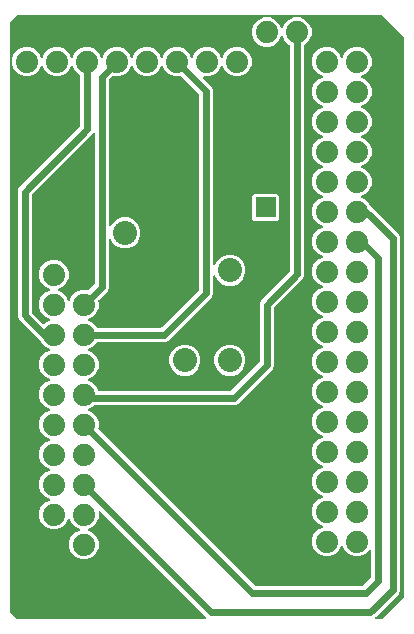
<source format=gbr>
G04 EAGLE Gerber RS-274X export*
G75*
%MOMM*%
%FSLAX34Y34*%
%LPD*%
%INBottom Copper*%
%IPPOS*%
%AMOC8*
5,1,8,0,0,1.08239X$1,22.5*%
G01*
%ADD10C,1.879600*%
%ADD11C,2.032000*%
%ADD12C,1.651000*%
%ADD13R,1.651000X1.651000*%
%ADD14C,0.609600*%
%ADD15C,0.600000*%

G36*
X176808Y10934D02*
X176808Y10934D01*
X176880Y10936D01*
X176929Y10954D01*
X176980Y10962D01*
X177043Y10996D01*
X177111Y11021D01*
X177151Y11053D01*
X177198Y11078D01*
X177247Y11130D01*
X177303Y11174D01*
X177331Y11218D01*
X177367Y11256D01*
X177397Y11321D01*
X177436Y11381D01*
X177449Y11432D01*
X177471Y11479D01*
X177478Y11550D01*
X177496Y11620D01*
X177492Y11672D01*
X177498Y11723D01*
X177482Y11794D01*
X177477Y11865D01*
X177456Y11913D01*
X177445Y11964D01*
X177409Y12025D01*
X177380Y12091D01*
X177336Y12147D01*
X177319Y12175D01*
X177301Y12190D01*
X177276Y12222D01*
X176334Y13163D01*
X176334Y13164D01*
X87406Y102092D01*
X87348Y102133D01*
X87296Y102183D01*
X87249Y102205D01*
X87207Y102235D01*
X87138Y102256D01*
X87073Y102287D01*
X87021Y102292D01*
X86971Y102308D01*
X86900Y102306D01*
X86829Y102314D01*
X86778Y102303D01*
X86726Y102301D01*
X86658Y102277D01*
X86588Y102261D01*
X86544Y102235D01*
X86495Y102217D01*
X86439Y102172D01*
X86377Y102135D01*
X86343Y102096D01*
X86303Y102063D01*
X86264Y102003D01*
X86217Y101948D01*
X86198Y101900D01*
X86170Y101856D01*
X86152Y101787D01*
X86125Y101720D01*
X86117Y101649D01*
X86109Y101618D01*
X86111Y101594D01*
X86107Y101553D01*
X86107Y96584D01*
X84212Y92009D01*
X80711Y88508D01*
X77222Y87063D01*
X77161Y87025D01*
X77096Y86996D01*
X77057Y86961D01*
X77013Y86934D01*
X76967Y86878D01*
X76915Y86830D01*
X76890Y86784D01*
X76856Y86744D01*
X76831Y86677D01*
X76796Y86614D01*
X76787Y86563D01*
X76768Y86515D01*
X76765Y86443D01*
X76752Y86372D01*
X76760Y86321D01*
X76758Y86269D01*
X76778Y86200D01*
X76788Y86129D01*
X76812Y86083D01*
X76826Y86033D01*
X76867Y85974D01*
X76900Y85910D01*
X76937Y85873D01*
X76967Y85831D01*
X77024Y85788D01*
X77075Y85738D01*
X77138Y85703D01*
X77164Y85684D01*
X77186Y85677D01*
X77222Y85657D01*
X80711Y84212D01*
X84212Y80711D01*
X86107Y76136D01*
X86107Y71184D01*
X84212Y66609D01*
X80711Y63108D01*
X76136Y61213D01*
X71184Y61213D01*
X66609Y63108D01*
X63108Y66609D01*
X61213Y71184D01*
X61213Y76136D01*
X63108Y80711D01*
X66609Y84212D01*
X70098Y85657D01*
X70159Y85695D01*
X70224Y85724D01*
X70262Y85759D01*
X70307Y85786D01*
X70353Y85842D01*
X70405Y85890D01*
X70430Y85936D01*
X70464Y85976D01*
X70489Y86043D01*
X70524Y86106D01*
X70533Y86157D01*
X70552Y86205D01*
X70555Y86277D01*
X70568Y86348D01*
X70560Y86399D01*
X70562Y86451D01*
X70542Y86520D01*
X70532Y86591D01*
X70508Y86637D01*
X70494Y86687D01*
X70453Y86746D01*
X70420Y86810D01*
X70383Y86847D01*
X70353Y86889D01*
X70296Y86932D01*
X70245Y86982D01*
X70182Y87017D01*
X70156Y87036D01*
X70134Y87043D01*
X70098Y87063D01*
X66609Y88508D01*
X63108Y92009D01*
X61663Y95498D01*
X61625Y95559D01*
X61596Y95624D01*
X61561Y95662D01*
X61534Y95707D01*
X61478Y95753D01*
X61430Y95805D01*
X61384Y95830D01*
X61344Y95864D01*
X61277Y95889D01*
X61214Y95924D01*
X61163Y95933D01*
X61115Y95952D01*
X61043Y95955D01*
X60972Y95968D01*
X60921Y95960D01*
X60869Y95962D01*
X60800Y95942D01*
X60729Y95932D01*
X60683Y95908D01*
X60633Y95894D01*
X60574Y95853D01*
X60510Y95820D01*
X60473Y95783D01*
X60431Y95753D01*
X60388Y95696D01*
X60338Y95645D01*
X60303Y95582D01*
X60284Y95556D01*
X60277Y95534D01*
X60257Y95498D01*
X58812Y92009D01*
X55311Y88508D01*
X50736Y86613D01*
X45784Y86613D01*
X41209Y88508D01*
X37708Y92009D01*
X35813Y96584D01*
X35813Y101536D01*
X37708Y106111D01*
X41209Y109612D01*
X44698Y111057D01*
X44759Y111095D01*
X44824Y111124D01*
X44862Y111159D01*
X44907Y111186D01*
X44953Y111242D01*
X45005Y111290D01*
X45030Y111336D01*
X45064Y111376D01*
X45089Y111443D01*
X45124Y111506D01*
X45133Y111557D01*
X45152Y111605D01*
X45155Y111677D01*
X45168Y111748D01*
X45160Y111799D01*
X45162Y111851D01*
X45142Y111920D01*
X45132Y111991D01*
X45108Y112037D01*
X45094Y112087D01*
X45053Y112146D01*
X45020Y112210D01*
X44983Y112247D01*
X44953Y112289D01*
X44896Y112332D01*
X44845Y112382D01*
X44782Y112417D01*
X44756Y112436D01*
X44734Y112443D01*
X44698Y112463D01*
X41209Y113908D01*
X37708Y117409D01*
X35813Y121984D01*
X35813Y126936D01*
X37708Y131511D01*
X41209Y135012D01*
X44698Y136457D01*
X44759Y136495D01*
X44824Y136524D01*
X44862Y136559D01*
X44907Y136586D01*
X44953Y136642D01*
X45005Y136690D01*
X45030Y136736D01*
X45064Y136776D01*
X45089Y136843D01*
X45124Y136906D01*
X45133Y136957D01*
X45152Y137005D01*
X45155Y137077D01*
X45168Y137148D01*
X45160Y137199D01*
X45162Y137251D01*
X45142Y137320D01*
X45132Y137391D01*
X45108Y137437D01*
X45094Y137487D01*
X45053Y137546D01*
X45020Y137610D01*
X44983Y137647D01*
X44953Y137689D01*
X44896Y137732D01*
X44845Y137782D01*
X44782Y137817D01*
X44756Y137836D01*
X44734Y137843D01*
X44698Y137863D01*
X41209Y139308D01*
X37708Y142809D01*
X35813Y147384D01*
X35813Y152336D01*
X37708Y156911D01*
X41209Y160412D01*
X44698Y161857D01*
X44759Y161895D01*
X44824Y161924D01*
X44862Y161959D01*
X44907Y161986D01*
X44953Y162042D01*
X45005Y162090D01*
X45030Y162136D01*
X45064Y162176D01*
X45089Y162243D01*
X45124Y162306D01*
X45133Y162357D01*
X45152Y162405D01*
X45155Y162477D01*
X45168Y162548D01*
X45160Y162599D01*
X45162Y162651D01*
X45142Y162720D01*
X45132Y162791D01*
X45108Y162837D01*
X45094Y162887D01*
X45053Y162946D01*
X45020Y163010D01*
X44983Y163047D01*
X44953Y163089D01*
X44896Y163132D01*
X44845Y163182D01*
X44782Y163217D01*
X44756Y163236D01*
X44734Y163243D01*
X44698Y163263D01*
X41209Y164708D01*
X37708Y168209D01*
X35813Y172784D01*
X35813Y177736D01*
X37708Y182311D01*
X41209Y185812D01*
X44698Y187257D01*
X44759Y187295D01*
X44824Y187324D01*
X44862Y187359D01*
X44907Y187386D01*
X44953Y187442D01*
X45005Y187490D01*
X45030Y187536D01*
X45064Y187576D01*
X45089Y187643D01*
X45124Y187706D01*
X45133Y187757D01*
X45152Y187805D01*
X45155Y187877D01*
X45168Y187948D01*
X45160Y187999D01*
X45162Y188051D01*
X45142Y188120D01*
X45132Y188191D01*
X45108Y188237D01*
X45094Y188287D01*
X45053Y188346D01*
X45020Y188410D01*
X44983Y188447D01*
X44953Y188489D01*
X44896Y188532D01*
X44845Y188582D01*
X44782Y188617D01*
X44756Y188636D01*
X44734Y188643D01*
X44698Y188663D01*
X41209Y190108D01*
X37708Y193609D01*
X35813Y198184D01*
X35813Y203136D01*
X37708Y207711D01*
X41209Y211212D01*
X44698Y212657D01*
X44759Y212695D01*
X44824Y212724D01*
X44862Y212759D01*
X44907Y212786D01*
X44953Y212842D01*
X45005Y212890D01*
X45030Y212936D01*
X45064Y212976D01*
X45089Y213043D01*
X45124Y213106D01*
X45133Y213157D01*
X45152Y213205D01*
X45155Y213277D01*
X45168Y213348D01*
X45160Y213399D01*
X45162Y213451D01*
X45142Y213520D01*
X45132Y213591D01*
X45108Y213637D01*
X45094Y213687D01*
X45053Y213746D01*
X45020Y213810D01*
X44983Y213847D01*
X44953Y213889D01*
X44896Y213932D01*
X44845Y213982D01*
X44782Y214017D01*
X44756Y214036D01*
X44734Y214043D01*
X44698Y214063D01*
X41209Y215508D01*
X37708Y219009D01*
X35813Y223584D01*
X35813Y228536D01*
X37708Y233111D01*
X41209Y236612D01*
X44698Y238057D01*
X44759Y238095D01*
X44824Y238124D01*
X44862Y238159D01*
X44907Y238186D01*
X44953Y238242D01*
X45005Y238290D01*
X45030Y238336D01*
X45064Y238376D01*
X45089Y238443D01*
X45124Y238506D01*
X45133Y238557D01*
X45152Y238605D01*
X45155Y238677D01*
X45168Y238748D01*
X45160Y238799D01*
X45162Y238851D01*
X45142Y238920D01*
X45132Y238991D01*
X45108Y239037D01*
X45094Y239087D01*
X45053Y239146D01*
X45020Y239210D01*
X44983Y239247D01*
X44953Y239289D01*
X44896Y239332D01*
X44845Y239382D01*
X44782Y239417D01*
X44756Y239436D01*
X44734Y239443D01*
X44698Y239463D01*
X41209Y240908D01*
X37708Y244409D01*
X37101Y245874D01*
X37053Y245952D01*
X37012Y246033D01*
X36989Y246056D01*
X36972Y246083D01*
X36901Y246142D01*
X36836Y246205D01*
X36800Y246225D01*
X36782Y246240D01*
X36752Y246252D01*
X36689Y246286D01*
X36579Y246332D01*
X18367Y264544D01*
X17446Y266767D01*
X17446Y373948D01*
X18367Y376171D01*
X69928Y427733D01*
X69981Y427806D01*
X70041Y427876D01*
X70053Y427906D01*
X70072Y427932D01*
X70099Y428019D01*
X70133Y428104D01*
X70137Y428145D01*
X70144Y428167D01*
X70143Y428200D01*
X70151Y428271D01*
X70151Y471125D01*
X70133Y471239D01*
X70115Y471356D01*
X70113Y471361D01*
X70112Y471367D01*
X70057Y471470D01*
X70004Y471575D01*
X69999Y471579D01*
X69996Y471585D01*
X69912Y471665D01*
X69828Y471747D01*
X69822Y471751D01*
X69818Y471754D01*
X69801Y471762D01*
X69681Y471828D01*
X69149Y472048D01*
X65648Y475549D01*
X64203Y479038D01*
X64165Y479099D01*
X64136Y479164D01*
X64101Y479202D01*
X64074Y479247D01*
X64018Y479293D01*
X63970Y479345D01*
X63924Y479370D01*
X63884Y479404D01*
X63817Y479429D01*
X63754Y479464D01*
X63703Y479473D01*
X63655Y479492D01*
X63583Y479495D01*
X63512Y479508D01*
X63461Y479500D01*
X63409Y479502D01*
X63340Y479482D01*
X63269Y479472D01*
X63223Y479448D01*
X63173Y479434D01*
X63114Y479393D01*
X63050Y479360D01*
X63013Y479323D01*
X62971Y479293D01*
X62928Y479236D01*
X62878Y479185D01*
X62843Y479122D01*
X62824Y479096D01*
X62817Y479074D01*
X62797Y479038D01*
X61352Y475549D01*
X57851Y472048D01*
X53276Y470153D01*
X48324Y470153D01*
X43749Y472048D01*
X40248Y475549D01*
X38803Y479038D01*
X38765Y479099D01*
X38736Y479164D01*
X38701Y479202D01*
X38674Y479247D01*
X38618Y479293D01*
X38570Y479345D01*
X38524Y479370D01*
X38484Y479404D01*
X38417Y479429D01*
X38354Y479464D01*
X38303Y479473D01*
X38255Y479492D01*
X38183Y479495D01*
X38112Y479508D01*
X38061Y479500D01*
X38009Y479502D01*
X37940Y479482D01*
X37869Y479472D01*
X37823Y479448D01*
X37773Y479434D01*
X37714Y479393D01*
X37650Y479360D01*
X37613Y479323D01*
X37571Y479293D01*
X37528Y479236D01*
X37478Y479185D01*
X37443Y479122D01*
X37424Y479096D01*
X37417Y479074D01*
X37397Y479038D01*
X35952Y475549D01*
X32451Y472048D01*
X27876Y470153D01*
X22924Y470153D01*
X18349Y472048D01*
X14848Y475549D01*
X12953Y480124D01*
X12953Y485076D01*
X14848Y489651D01*
X18349Y493152D01*
X22924Y495047D01*
X27876Y495047D01*
X32451Y493152D01*
X35952Y489651D01*
X37397Y486162D01*
X37435Y486101D01*
X37464Y486036D01*
X37499Y485997D01*
X37526Y485953D01*
X37582Y485907D01*
X37630Y485855D01*
X37676Y485830D01*
X37716Y485796D01*
X37783Y485771D01*
X37846Y485736D01*
X37897Y485727D01*
X37945Y485708D01*
X38017Y485705D01*
X38088Y485692D01*
X38139Y485700D01*
X38191Y485698D01*
X38260Y485718D01*
X38331Y485728D01*
X38377Y485752D01*
X38427Y485766D01*
X38486Y485807D01*
X38550Y485840D01*
X38587Y485877D01*
X38629Y485907D01*
X38672Y485964D01*
X38722Y486015D01*
X38757Y486078D01*
X38776Y486104D01*
X38783Y486126D01*
X38803Y486162D01*
X40248Y489651D01*
X43749Y493152D01*
X48324Y495047D01*
X53276Y495047D01*
X57851Y493152D01*
X61352Y489651D01*
X62797Y486162D01*
X62835Y486101D01*
X62864Y486036D01*
X62899Y485997D01*
X62926Y485953D01*
X62982Y485907D01*
X63030Y485855D01*
X63076Y485830D01*
X63116Y485796D01*
X63183Y485771D01*
X63246Y485736D01*
X63297Y485727D01*
X63345Y485708D01*
X63417Y485705D01*
X63488Y485692D01*
X63539Y485700D01*
X63591Y485698D01*
X63660Y485718D01*
X63731Y485728D01*
X63777Y485752D01*
X63827Y485766D01*
X63886Y485807D01*
X63950Y485840D01*
X63987Y485877D01*
X64029Y485907D01*
X64072Y485964D01*
X64122Y486015D01*
X64157Y486078D01*
X64176Y486104D01*
X64183Y486126D01*
X64203Y486162D01*
X65648Y489651D01*
X69149Y493152D01*
X73724Y495047D01*
X78676Y495047D01*
X83251Y493152D01*
X86752Y489651D01*
X88197Y486162D01*
X88235Y486101D01*
X88264Y486036D01*
X88299Y485997D01*
X88326Y485953D01*
X88382Y485907D01*
X88430Y485855D01*
X88476Y485830D01*
X88516Y485796D01*
X88583Y485771D01*
X88646Y485736D01*
X88697Y485727D01*
X88745Y485708D01*
X88817Y485705D01*
X88888Y485692D01*
X88939Y485700D01*
X88991Y485698D01*
X89060Y485718D01*
X89131Y485728D01*
X89177Y485752D01*
X89227Y485766D01*
X89286Y485807D01*
X89350Y485840D01*
X89387Y485877D01*
X89429Y485907D01*
X89472Y485964D01*
X89522Y486015D01*
X89557Y486078D01*
X89576Y486104D01*
X89583Y486126D01*
X89603Y486162D01*
X91048Y489651D01*
X94549Y493152D01*
X99124Y495047D01*
X104076Y495047D01*
X108651Y493152D01*
X112152Y489651D01*
X113597Y486162D01*
X113635Y486101D01*
X113664Y486036D01*
X113699Y485997D01*
X113726Y485953D01*
X113782Y485907D01*
X113830Y485855D01*
X113876Y485830D01*
X113916Y485796D01*
X113983Y485771D01*
X114046Y485736D01*
X114097Y485727D01*
X114145Y485708D01*
X114217Y485705D01*
X114288Y485692D01*
X114339Y485700D01*
X114391Y485698D01*
X114460Y485718D01*
X114531Y485728D01*
X114577Y485752D01*
X114627Y485766D01*
X114686Y485807D01*
X114750Y485840D01*
X114787Y485877D01*
X114829Y485907D01*
X114872Y485964D01*
X114922Y486015D01*
X114957Y486078D01*
X114976Y486104D01*
X114983Y486126D01*
X115003Y486162D01*
X116448Y489651D01*
X119949Y493152D01*
X124524Y495047D01*
X129476Y495047D01*
X134051Y493152D01*
X137552Y489651D01*
X138997Y486162D01*
X139035Y486101D01*
X139064Y486036D01*
X139099Y485997D01*
X139126Y485953D01*
X139182Y485907D01*
X139230Y485855D01*
X139276Y485830D01*
X139316Y485796D01*
X139383Y485771D01*
X139446Y485736D01*
X139497Y485727D01*
X139545Y485708D01*
X139617Y485705D01*
X139688Y485692D01*
X139739Y485700D01*
X139791Y485698D01*
X139860Y485718D01*
X139931Y485728D01*
X139977Y485752D01*
X140027Y485766D01*
X140086Y485807D01*
X140150Y485840D01*
X140187Y485877D01*
X140229Y485907D01*
X140272Y485964D01*
X140322Y486015D01*
X140357Y486078D01*
X140376Y486104D01*
X140383Y486126D01*
X140403Y486162D01*
X141848Y489651D01*
X145349Y493152D01*
X149924Y495047D01*
X154876Y495047D01*
X159451Y493152D01*
X162952Y489651D01*
X164397Y486162D01*
X164435Y486101D01*
X164464Y486036D01*
X164499Y485997D01*
X164526Y485953D01*
X164582Y485907D01*
X164630Y485855D01*
X164676Y485830D01*
X164716Y485796D01*
X164783Y485771D01*
X164846Y485736D01*
X164897Y485727D01*
X164945Y485708D01*
X165017Y485705D01*
X165088Y485692D01*
X165139Y485700D01*
X165191Y485698D01*
X165260Y485718D01*
X165331Y485728D01*
X165377Y485752D01*
X165427Y485766D01*
X165486Y485807D01*
X165550Y485840D01*
X165587Y485877D01*
X165629Y485907D01*
X165672Y485964D01*
X165722Y486015D01*
X165757Y486078D01*
X165776Y486104D01*
X165783Y486126D01*
X165803Y486162D01*
X167248Y489651D01*
X170749Y493152D01*
X175324Y495047D01*
X180276Y495047D01*
X184851Y493152D01*
X188352Y489651D01*
X189797Y486162D01*
X189835Y486101D01*
X189864Y486036D01*
X189899Y485997D01*
X189926Y485953D01*
X189982Y485907D01*
X190030Y485855D01*
X190076Y485830D01*
X190116Y485796D01*
X190183Y485771D01*
X190246Y485736D01*
X190297Y485727D01*
X190345Y485708D01*
X190417Y485705D01*
X190488Y485692D01*
X190539Y485700D01*
X190591Y485698D01*
X190660Y485718D01*
X190731Y485728D01*
X190777Y485752D01*
X190827Y485766D01*
X190886Y485807D01*
X190950Y485840D01*
X190987Y485877D01*
X191029Y485907D01*
X191072Y485964D01*
X191122Y486015D01*
X191157Y486078D01*
X191176Y486104D01*
X191183Y486126D01*
X191203Y486162D01*
X192648Y489651D01*
X196149Y493152D01*
X200724Y495047D01*
X205676Y495047D01*
X210251Y493152D01*
X213752Y489651D01*
X215647Y485076D01*
X215647Y480124D01*
X213752Y475549D01*
X210251Y472048D01*
X205676Y470153D01*
X200724Y470153D01*
X196149Y472048D01*
X192648Y475549D01*
X191203Y479038D01*
X191165Y479099D01*
X191136Y479164D01*
X191101Y479202D01*
X191074Y479247D01*
X191018Y479293D01*
X190970Y479345D01*
X190924Y479370D01*
X190884Y479404D01*
X190817Y479429D01*
X190754Y479464D01*
X190703Y479473D01*
X190655Y479492D01*
X190583Y479495D01*
X190512Y479508D01*
X190461Y479500D01*
X190409Y479502D01*
X190340Y479482D01*
X190269Y479472D01*
X190223Y479448D01*
X190173Y479434D01*
X190114Y479393D01*
X190050Y479360D01*
X190013Y479323D01*
X189971Y479293D01*
X189928Y479236D01*
X189878Y479185D01*
X189843Y479122D01*
X189824Y479096D01*
X189817Y479074D01*
X189797Y479038D01*
X188352Y475549D01*
X184851Y472048D01*
X180276Y470153D01*
X175239Y470153D01*
X175168Y470142D01*
X175096Y470140D01*
X175047Y470122D01*
X174996Y470114D01*
X174933Y470080D01*
X174865Y470055D01*
X174825Y470023D01*
X174779Y469998D01*
X174729Y469946D01*
X174673Y469902D01*
X174645Y469858D01*
X174609Y469820D01*
X174579Y469755D01*
X174540Y469695D01*
X174528Y469644D01*
X174506Y469597D01*
X174498Y469526D01*
X174480Y469456D01*
X174484Y469404D01*
X174479Y469353D01*
X174494Y469282D01*
X174499Y469211D01*
X174520Y469163D01*
X174531Y469112D01*
X174568Y469051D01*
X174596Y468985D01*
X174640Y468929D01*
X174657Y468901D01*
X174675Y468886D01*
X174700Y468854D01*
X180484Y463070D01*
X182293Y461261D01*
X183214Y459038D01*
X183214Y421860D01*
X183224Y421795D01*
X183225Y421730D01*
X183248Y421650D01*
X183253Y421617D01*
X183262Y421602D01*
X183262Y310870D01*
X183277Y310774D01*
X183287Y310677D01*
X183297Y310653D01*
X183301Y310627D01*
X183347Y310541D01*
X183387Y310452D01*
X183404Y310433D01*
X183417Y310410D01*
X183487Y310343D01*
X183553Y310271D01*
X183576Y310258D01*
X183595Y310240D01*
X183683Y310199D01*
X183769Y310152D01*
X183794Y310148D01*
X183818Y310137D01*
X183915Y310126D01*
X184011Y310109D01*
X184037Y310112D01*
X184062Y310110D01*
X184158Y310130D01*
X184254Y310144D01*
X184277Y310156D01*
X184303Y310162D01*
X184386Y310212D01*
X184473Y310256D01*
X184492Y310275D01*
X184514Y310288D01*
X184577Y310362D01*
X184645Y310431D01*
X184661Y310460D01*
X184674Y310475D01*
X184686Y310506D01*
X184726Y310578D01*
X185962Y313562D01*
X189678Y317278D01*
X194533Y319289D01*
X199787Y319289D01*
X204642Y317278D01*
X208358Y313562D01*
X210369Y308707D01*
X210369Y303453D01*
X208358Y298598D01*
X204642Y294882D01*
X199787Y292871D01*
X194533Y292871D01*
X189678Y294882D01*
X185962Y298598D01*
X184726Y301582D01*
X184675Y301664D01*
X184629Y301750D01*
X184610Y301768D01*
X184597Y301791D01*
X184522Y301853D01*
X184451Y301920D01*
X184427Y301931D01*
X184407Y301947D01*
X184316Y301982D01*
X184228Y302023D01*
X184202Y302026D01*
X184178Y302036D01*
X184080Y302040D01*
X183984Y302050D01*
X183958Y302045D01*
X183932Y302046D01*
X183838Y302019D01*
X183743Y301998D01*
X183721Y301985D01*
X183696Y301978D01*
X183616Y301922D01*
X183532Y301872D01*
X183515Y301852D01*
X183494Y301837D01*
X183435Y301759D01*
X183372Y301685D01*
X183362Y301661D01*
X183347Y301640D01*
X183317Y301547D01*
X183280Y301457D01*
X183277Y301425D01*
X183271Y301406D01*
X183271Y301373D01*
X183262Y301290D01*
X183262Y285792D01*
X182334Y283551D01*
X180606Y281823D01*
X180587Y281812D01*
X180527Y281786D01*
X180462Y281734D01*
X180433Y281717D01*
X180421Y281702D01*
X180396Y281681D01*
X145046Y246332D01*
X142823Y245411D01*
X85135Y245411D01*
X85021Y245392D01*
X84905Y245375D01*
X84899Y245373D01*
X84893Y245372D01*
X84790Y245317D01*
X84685Y245264D01*
X84681Y245259D01*
X84675Y245256D01*
X84595Y245172D01*
X84513Y245088D01*
X84509Y245082D01*
X84506Y245078D01*
X84498Y245061D01*
X84432Y244941D01*
X84212Y244409D01*
X80711Y240908D01*
X77222Y239463D01*
X77161Y239425D01*
X77096Y239396D01*
X77058Y239361D01*
X77013Y239334D01*
X76968Y239278D01*
X76915Y239230D01*
X76890Y239184D01*
X76856Y239144D01*
X76831Y239077D01*
X76796Y239014D01*
X76787Y238963D01*
X76768Y238915D01*
X76765Y238843D01*
X76752Y238772D01*
X76760Y238721D01*
X76758Y238669D01*
X76778Y238600D01*
X76788Y238529D01*
X76812Y238483D01*
X76826Y238433D01*
X76867Y238374D01*
X76900Y238310D01*
X76937Y238273D01*
X76967Y238231D01*
X77024Y238188D01*
X77075Y238138D01*
X77138Y238103D01*
X77164Y238084D01*
X77186Y238077D01*
X77222Y238057D01*
X80711Y236612D01*
X84212Y233111D01*
X86107Y228536D01*
X86107Y223584D01*
X84212Y219009D01*
X80711Y215508D01*
X77222Y214063D01*
X77161Y214025D01*
X77096Y213996D01*
X77058Y213961D01*
X77013Y213934D01*
X76968Y213878D01*
X76915Y213830D01*
X76890Y213784D01*
X76856Y213744D01*
X76831Y213677D01*
X76796Y213614D01*
X76787Y213563D01*
X76768Y213515D01*
X76765Y213443D01*
X76752Y213372D01*
X76760Y213321D01*
X76758Y213269D01*
X76778Y213200D01*
X76788Y213129D01*
X76812Y213083D01*
X76826Y213033D01*
X76867Y212974D01*
X76900Y212910D01*
X76937Y212873D01*
X76967Y212831D01*
X77024Y212788D01*
X77075Y212738D01*
X77138Y212703D01*
X77164Y212684D01*
X77186Y212677D01*
X77222Y212657D01*
X80711Y211212D01*
X84212Y207711D01*
X85484Y204639D01*
X85546Y204539D01*
X85606Y204439D01*
X85611Y204435D01*
X85614Y204430D01*
X85703Y204355D01*
X85793Y204279D01*
X85799Y204277D01*
X85803Y204273D01*
X85911Y204231D01*
X86021Y204187D01*
X86028Y204186D01*
X86033Y204185D01*
X86051Y204184D01*
X86188Y204169D01*
X197519Y204169D01*
X197609Y204183D01*
X197700Y204191D01*
X197730Y204203D01*
X197762Y204208D01*
X197843Y204251D01*
X197927Y204287D01*
X197959Y204313D01*
X197979Y204324D01*
X198002Y204347D01*
X198057Y204392D01*
X222168Y228503D01*
X222221Y228576D01*
X222281Y228646D01*
X222293Y228676D01*
X222312Y228702D01*
X222339Y228789D01*
X222373Y228874D01*
X222377Y228915D01*
X222384Y228937D01*
X222383Y228970D01*
X222391Y229041D01*
X222391Y275540D01*
X222381Y275605D01*
X222380Y275670D01*
X222357Y275750D01*
X222352Y275783D01*
X222343Y275798D01*
X222343Y278233D01*
X223271Y280474D01*
X247680Y304882D01*
X247733Y304956D01*
X247793Y305026D01*
X247805Y305056D01*
X247824Y305082D01*
X247851Y305169D01*
X247885Y305254D01*
X247889Y305295D01*
X247896Y305317D01*
X247895Y305349D01*
X247903Y305421D01*
X247903Y496244D01*
X247885Y496359D01*
X247867Y496475D01*
X247865Y496481D01*
X247864Y496487D01*
X247809Y496590D01*
X247756Y496695D01*
X247751Y496699D01*
X247748Y496705D01*
X247663Y496785D01*
X247580Y496867D01*
X247574Y496870D01*
X247570Y496874D01*
X247553Y496882D01*
X247433Y496948D01*
X246949Y497148D01*
X243448Y500649D01*
X242003Y504138D01*
X241965Y504199D01*
X241936Y504264D01*
X241901Y504302D01*
X241874Y504347D01*
X241818Y504393D01*
X241770Y504445D01*
X241724Y504470D01*
X241684Y504504D01*
X241617Y504529D01*
X241554Y504564D01*
X241503Y504573D01*
X241455Y504592D01*
X241383Y504595D01*
X241312Y504608D01*
X241261Y504600D01*
X241209Y504602D01*
X241140Y504582D01*
X241069Y504572D01*
X241023Y504548D01*
X240973Y504534D01*
X240914Y504493D01*
X240850Y504460D01*
X240813Y504423D01*
X240771Y504393D01*
X240728Y504336D01*
X240678Y504285D01*
X240643Y504222D01*
X240624Y504196D01*
X240617Y504174D01*
X240597Y504138D01*
X239152Y500649D01*
X235651Y497148D01*
X231076Y495253D01*
X226124Y495253D01*
X221549Y497148D01*
X218048Y500649D01*
X216153Y505224D01*
X216153Y510176D01*
X218048Y514751D01*
X221549Y518252D01*
X226124Y520147D01*
X231076Y520147D01*
X235651Y518252D01*
X239152Y514751D01*
X240597Y511262D01*
X240635Y511201D01*
X240664Y511136D01*
X240699Y511098D01*
X240726Y511053D01*
X240782Y511008D01*
X240830Y510955D01*
X240876Y510930D01*
X240916Y510896D01*
X240983Y510871D01*
X241046Y510836D01*
X241097Y510827D01*
X241145Y510808D01*
X241217Y510805D01*
X241288Y510792D01*
X241339Y510800D01*
X241391Y510798D01*
X241460Y510818D01*
X241531Y510828D01*
X241577Y510852D01*
X241627Y510866D01*
X241686Y510907D01*
X241750Y510940D01*
X241787Y510977D01*
X241829Y511007D01*
X241872Y511064D01*
X241922Y511115D01*
X241957Y511178D01*
X241976Y511204D01*
X241983Y511226D01*
X242003Y511262D01*
X243448Y514751D01*
X246949Y518252D01*
X251524Y520147D01*
X256476Y520147D01*
X261051Y518252D01*
X264552Y514751D01*
X266447Y510176D01*
X266447Y505224D01*
X264552Y500649D01*
X261051Y497148D01*
X260567Y496948D01*
X260468Y496886D01*
X260367Y496826D01*
X260363Y496821D01*
X260358Y496818D01*
X260283Y496728D01*
X260207Y496639D01*
X260205Y496633D01*
X260201Y496629D01*
X260159Y496520D01*
X260115Y496411D01*
X260114Y496404D01*
X260113Y496399D01*
X260112Y496381D01*
X260097Y496244D01*
X260097Y301367D01*
X259169Y299126D01*
X234712Y274670D01*
X234659Y274596D01*
X234599Y274526D01*
X234587Y274496D01*
X234568Y274470D01*
X234541Y274383D01*
X234507Y274298D01*
X234503Y274257D01*
X234496Y274235D01*
X234497Y274203D01*
X234489Y274131D01*
X234489Y225017D01*
X233568Y222794D01*
X203766Y192992D01*
X201543Y192071D01*
X82989Y192071D01*
X82899Y192057D01*
X82808Y192049D01*
X82778Y192037D01*
X82746Y192032D01*
X82666Y191989D01*
X82582Y191953D01*
X82550Y191927D01*
X82529Y191916D01*
X82507Y191893D01*
X82451Y191848D01*
X80711Y190108D01*
X77222Y188663D01*
X77161Y188625D01*
X77096Y188596D01*
X77058Y188561D01*
X77013Y188534D01*
X76968Y188478D01*
X76915Y188430D01*
X76890Y188384D01*
X76856Y188344D01*
X76831Y188277D01*
X76796Y188214D01*
X76787Y188163D01*
X76768Y188115D01*
X76765Y188043D01*
X76752Y187972D01*
X76760Y187921D01*
X76758Y187869D01*
X76778Y187800D01*
X76788Y187729D01*
X76812Y187683D01*
X76826Y187633D01*
X76867Y187574D01*
X76900Y187510D01*
X76937Y187473D01*
X76967Y187431D01*
X77024Y187388D01*
X77075Y187338D01*
X77138Y187303D01*
X77164Y187284D01*
X77186Y187277D01*
X77222Y187257D01*
X80711Y185812D01*
X84212Y182311D01*
X86107Y177736D01*
X86107Y172784D01*
X85906Y172300D01*
X85880Y172187D01*
X85851Y172073D01*
X85852Y172067D01*
X85850Y172061D01*
X85861Y171944D01*
X85870Y171828D01*
X85873Y171822D01*
X85873Y171816D01*
X85921Y171708D01*
X85967Y171602D01*
X85971Y171596D01*
X85973Y171591D01*
X85986Y171577D01*
X86071Y171471D01*
X218202Y39340D01*
X218276Y39287D01*
X218346Y39227D01*
X218376Y39215D01*
X218402Y39196D01*
X218489Y39169D01*
X218574Y39135D01*
X218615Y39131D01*
X218637Y39124D01*
X218669Y39125D01*
X218741Y39117D01*
X309579Y39117D01*
X309669Y39131D01*
X309760Y39139D01*
X309790Y39151D01*
X309822Y39156D01*
X309903Y39199D01*
X309987Y39235D01*
X310019Y39261D01*
X310039Y39272D01*
X310062Y39295D01*
X310118Y39340D01*
X316260Y45482D01*
X316313Y45556D01*
X316373Y45626D01*
X316385Y45656D01*
X316404Y45682D01*
X316431Y45769D01*
X316465Y45854D01*
X316469Y45895D01*
X316476Y45917D01*
X316475Y45949D01*
X316483Y46021D01*
X316483Y68443D01*
X316472Y68514D01*
X316470Y68586D01*
X316452Y68635D01*
X316444Y68686D01*
X316410Y68749D01*
X316385Y68817D01*
X316353Y68857D01*
X316328Y68903D01*
X316276Y68953D01*
X316232Y69009D01*
X316188Y69037D01*
X316150Y69073D01*
X316085Y69103D01*
X316025Y69142D01*
X315974Y69154D01*
X315927Y69176D01*
X315856Y69184D01*
X315786Y69202D01*
X315734Y69198D01*
X315683Y69203D01*
X315612Y69188D01*
X315541Y69183D01*
X315493Y69162D01*
X315442Y69151D01*
X315381Y69114D01*
X315315Y69086D01*
X315259Y69041D01*
X315231Y69025D01*
X315216Y69007D01*
X315184Y68981D01*
X311851Y65648D01*
X307276Y63753D01*
X302324Y63753D01*
X297749Y65648D01*
X294248Y69149D01*
X292803Y72638D01*
X292765Y72699D01*
X292736Y72764D01*
X292701Y72802D01*
X292674Y72847D01*
X292618Y72893D01*
X292570Y72945D01*
X292524Y72970D01*
X292484Y73004D01*
X292417Y73029D01*
X292354Y73064D01*
X292303Y73073D01*
X292255Y73092D01*
X292183Y73095D01*
X292112Y73108D01*
X292061Y73100D01*
X292009Y73102D01*
X291940Y73082D01*
X291869Y73072D01*
X291823Y73048D01*
X291773Y73034D01*
X291714Y72993D01*
X291650Y72960D01*
X291613Y72923D01*
X291571Y72893D01*
X291528Y72836D01*
X291478Y72785D01*
X291443Y72722D01*
X291424Y72696D01*
X291417Y72674D01*
X291397Y72638D01*
X289952Y69149D01*
X286451Y65648D01*
X281876Y63753D01*
X276924Y63753D01*
X272349Y65648D01*
X268848Y69149D01*
X266953Y73724D01*
X266953Y78676D01*
X268848Y83251D01*
X272349Y86752D01*
X275838Y88197D01*
X275899Y88235D01*
X275964Y88264D01*
X276002Y88299D01*
X276047Y88326D01*
X276093Y88382D01*
X276145Y88430D01*
X276170Y88476D01*
X276204Y88516D01*
X276229Y88583D01*
X276264Y88646D01*
X276273Y88697D01*
X276292Y88745D01*
X276295Y88817D01*
X276308Y88888D01*
X276300Y88939D01*
X276302Y88991D01*
X276282Y89060D01*
X276272Y89131D01*
X276248Y89177D01*
X276234Y89227D01*
X276193Y89286D01*
X276160Y89350D01*
X276123Y89387D01*
X276093Y89429D01*
X276036Y89472D01*
X275985Y89522D01*
X275922Y89557D01*
X275896Y89576D01*
X275874Y89583D01*
X275838Y89603D01*
X272349Y91048D01*
X268848Y94549D01*
X266953Y99124D01*
X266953Y104076D01*
X268848Y108651D01*
X272349Y112152D01*
X275838Y113597D01*
X275899Y113635D01*
X275964Y113664D01*
X276002Y113699D01*
X276047Y113726D01*
X276093Y113782D01*
X276145Y113830D01*
X276170Y113876D01*
X276204Y113916D01*
X276229Y113983D01*
X276264Y114046D01*
X276273Y114097D01*
X276292Y114145D01*
X276295Y114217D01*
X276308Y114288D01*
X276300Y114339D01*
X276302Y114391D01*
X276282Y114460D01*
X276272Y114531D01*
X276248Y114577D01*
X276234Y114627D01*
X276193Y114686D01*
X276160Y114750D01*
X276123Y114787D01*
X276093Y114829D01*
X276036Y114872D01*
X275985Y114922D01*
X275922Y114957D01*
X275896Y114976D01*
X275874Y114983D01*
X275838Y115003D01*
X272349Y116448D01*
X268848Y119949D01*
X266953Y124524D01*
X266953Y129476D01*
X268848Y134051D01*
X272349Y137552D01*
X275838Y138997D01*
X275899Y139035D01*
X275964Y139064D01*
X276002Y139099D01*
X276047Y139126D01*
X276093Y139182D01*
X276145Y139230D01*
X276170Y139276D01*
X276204Y139316D01*
X276229Y139383D01*
X276264Y139446D01*
X276273Y139497D01*
X276292Y139545D01*
X276295Y139617D01*
X276308Y139688D01*
X276300Y139739D01*
X276302Y139791D01*
X276282Y139860D01*
X276272Y139931D01*
X276248Y139977D01*
X276234Y140027D01*
X276193Y140086D01*
X276160Y140150D01*
X276123Y140187D01*
X276093Y140229D01*
X276036Y140272D01*
X275985Y140322D01*
X275922Y140357D01*
X275896Y140376D01*
X275874Y140383D01*
X275838Y140403D01*
X272349Y141848D01*
X268848Y145349D01*
X266953Y149924D01*
X266953Y154876D01*
X268848Y159451D01*
X272349Y162952D01*
X275838Y164397D01*
X275899Y164435D01*
X275964Y164464D01*
X276002Y164499D01*
X276047Y164526D01*
X276093Y164582D01*
X276145Y164630D01*
X276170Y164676D01*
X276204Y164716D01*
X276229Y164783D01*
X276264Y164846D01*
X276273Y164897D01*
X276292Y164945D01*
X276295Y165017D01*
X276308Y165088D01*
X276300Y165139D01*
X276302Y165191D01*
X276282Y165260D01*
X276272Y165331D01*
X276248Y165377D01*
X276234Y165427D01*
X276193Y165486D01*
X276160Y165550D01*
X276123Y165587D01*
X276093Y165629D01*
X276036Y165672D01*
X275985Y165722D01*
X275922Y165757D01*
X275896Y165776D01*
X275874Y165783D01*
X275838Y165803D01*
X272349Y167248D01*
X268848Y170749D01*
X266953Y175324D01*
X266953Y180276D01*
X268848Y184851D01*
X272349Y188352D01*
X275838Y189797D01*
X275899Y189835D01*
X275964Y189864D01*
X276002Y189899D01*
X276047Y189926D01*
X276093Y189982D01*
X276145Y190030D01*
X276170Y190076D01*
X276204Y190116D01*
X276229Y190183D01*
X276264Y190246D01*
X276273Y190297D01*
X276292Y190345D01*
X276295Y190417D01*
X276308Y190488D01*
X276300Y190539D01*
X276302Y190591D01*
X276282Y190660D01*
X276272Y190731D01*
X276248Y190777D01*
X276234Y190827D01*
X276193Y190886D01*
X276160Y190950D01*
X276123Y190987D01*
X276093Y191029D01*
X276036Y191072D01*
X275985Y191122D01*
X275922Y191157D01*
X275896Y191176D01*
X275874Y191183D01*
X275838Y191203D01*
X272349Y192648D01*
X268848Y196149D01*
X266953Y200724D01*
X266953Y205676D01*
X268848Y210251D01*
X272349Y213752D01*
X275838Y215197D01*
X275899Y215235D01*
X275964Y215264D01*
X276002Y215299D01*
X276047Y215326D01*
X276093Y215382D01*
X276145Y215430D01*
X276170Y215476D01*
X276204Y215516D01*
X276229Y215583D01*
X276264Y215646D01*
X276273Y215697D01*
X276292Y215745D01*
X276295Y215817D01*
X276308Y215888D01*
X276300Y215939D01*
X276302Y215991D01*
X276282Y216060D01*
X276272Y216131D01*
X276248Y216177D01*
X276234Y216227D01*
X276193Y216286D01*
X276160Y216350D01*
X276123Y216387D01*
X276093Y216429D01*
X276036Y216472D01*
X275985Y216522D01*
X275922Y216557D01*
X275896Y216576D01*
X275874Y216583D01*
X275838Y216603D01*
X272349Y218048D01*
X268848Y221549D01*
X266953Y226124D01*
X266953Y231076D01*
X268848Y235651D01*
X272349Y239152D01*
X275838Y240597D01*
X275899Y240635D01*
X275964Y240664D01*
X276002Y240699D01*
X276047Y240726D01*
X276093Y240782D01*
X276145Y240830D01*
X276170Y240876D01*
X276204Y240916D01*
X276229Y240983D01*
X276264Y241046D01*
X276273Y241097D01*
X276292Y241145D01*
X276295Y241217D01*
X276308Y241288D01*
X276300Y241339D01*
X276302Y241391D01*
X276282Y241460D01*
X276272Y241531D01*
X276248Y241577D01*
X276234Y241627D01*
X276193Y241686D01*
X276160Y241750D01*
X276123Y241787D01*
X276093Y241829D01*
X276036Y241872D01*
X275985Y241922D01*
X275922Y241957D01*
X275896Y241976D01*
X275874Y241983D01*
X275838Y242003D01*
X272349Y243448D01*
X268848Y246949D01*
X266953Y251524D01*
X266953Y256476D01*
X268848Y261051D01*
X272349Y264552D01*
X275838Y265997D01*
X275899Y266035D01*
X275964Y266064D01*
X276000Y266096D01*
X276001Y266097D01*
X276002Y266099D01*
X276047Y266126D01*
X276093Y266182D01*
X276145Y266230D01*
X276170Y266276D01*
X276204Y266316D01*
X276229Y266383D01*
X276264Y266446D01*
X276273Y266497D01*
X276292Y266545D01*
X276295Y266617D01*
X276308Y266688D01*
X276300Y266739D01*
X276302Y266791D01*
X276282Y266860D01*
X276272Y266931D01*
X276249Y266975D01*
X276248Y266983D01*
X276246Y266986D01*
X276234Y267027D01*
X276193Y267086D01*
X276160Y267150D01*
X276129Y267180D01*
X276122Y267194D01*
X276113Y267201D01*
X276093Y267229D01*
X276036Y267272D01*
X275985Y267322D01*
X275946Y267343D01*
X275935Y267354D01*
X275917Y267361D01*
X275896Y267376D01*
X275874Y267383D01*
X275838Y267403D01*
X272349Y268848D01*
X268848Y272349D01*
X266953Y276924D01*
X266953Y281876D01*
X268848Y286451D01*
X272349Y289952D01*
X275838Y291397D01*
X275899Y291435D01*
X275964Y291464D01*
X276002Y291499D01*
X276047Y291526D01*
X276093Y291582D01*
X276145Y291630D01*
X276170Y291676D01*
X276204Y291716D01*
X276229Y291783D01*
X276264Y291846D01*
X276273Y291897D01*
X276292Y291945D01*
X276295Y292017D01*
X276308Y292088D01*
X276300Y292139D01*
X276302Y292191D01*
X276282Y292260D01*
X276272Y292331D01*
X276248Y292377D01*
X276234Y292427D01*
X276193Y292486D01*
X276160Y292550D01*
X276123Y292587D01*
X276093Y292629D01*
X276036Y292672D01*
X275985Y292722D01*
X275922Y292757D01*
X275896Y292776D01*
X275874Y292783D01*
X275838Y292803D01*
X272349Y294248D01*
X268848Y297749D01*
X266953Y302324D01*
X266953Y307276D01*
X268848Y311851D01*
X272349Y315352D01*
X275838Y316797D01*
X275899Y316835D01*
X275964Y316864D01*
X276002Y316899D01*
X276047Y316926D01*
X276093Y316982D01*
X276145Y317030D01*
X276170Y317076D01*
X276204Y317116D01*
X276229Y317183D01*
X276264Y317246D01*
X276273Y317297D01*
X276292Y317345D01*
X276295Y317417D01*
X276308Y317488D01*
X276300Y317539D01*
X276302Y317591D01*
X276282Y317660D01*
X276272Y317731D01*
X276248Y317777D01*
X276234Y317827D01*
X276193Y317886D01*
X276160Y317950D01*
X276123Y317987D01*
X276093Y318029D01*
X276036Y318072D01*
X275985Y318122D01*
X275922Y318157D01*
X275896Y318176D01*
X275874Y318183D01*
X275838Y318203D01*
X272349Y319648D01*
X268848Y323149D01*
X266953Y327724D01*
X266953Y332676D01*
X268848Y337251D01*
X272349Y340752D01*
X275838Y342197D01*
X275899Y342235D01*
X275964Y342264D01*
X276002Y342299D01*
X276047Y342326D01*
X276093Y342382D01*
X276145Y342430D01*
X276170Y342476D01*
X276204Y342516D01*
X276229Y342583D01*
X276264Y342646D01*
X276273Y342697D01*
X276292Y342745D01*
X276295Y342817D01*
X276308Y342888D01*
X276300Y342939D01*
X276302Y342991D01*
X276282Y343060D01*
X276272Y343131D01*
X276248Y343177D01*
X276234Y343227D01*
X276193Y343286D01*
X276160Y343350D01*
X276123Y343387D01*
X276093Y343429D01*
X276036Y343472D01*
X275985Y343522D01*
X275922Y343557D01*
X275896Y343576D01*
X275874Y343583D01*
X275838Y343603D01*
X272349Y345048D01*
X268848Y348549D01*
X266953Y353124D01*
X266953Y358076D01*
X268848Y362651D01*
X272349Y366152D01*
X275838Y367597D01*
X275899Y367635D01*
X275964Y367664D01*
X276003Y367699D01*
X276047Y367726D01*
X276093Y367782D01*
X276145Y367830D01*
X276170Y367876D01*
X276204Y367916D01*
X276229Y367983D01*
X276264Y368046D01*
X276273Y368097D01*
X276292Y368145D01*
X276295Y368217D01*
X276308Y368288D01*
X276300Y368339D01*
X276302Y368391D01*
X276282Y368460D01*
X276272Y368531D01*
X276248Y368577D01*
X276234Y368627D01*
X276193Y368686D01*
X276160Y368750D01*
X276123Y368787D01*
X276093Y368829D01*
X276036Y368872D01*
X275985Y368922D01*
X275922Y368957D01*
X275896Y368976D01*
X275874Y368983D01*
X275838Y369003D01*
X272349Y370448D01*
X268848Y373949D01*
X266953Y378524D01*
X266953Y383476D01*
X268848Y388051D01*
X272349Y391552D01*
X275838Y392997D01*
X275899Y393035D01*
X275964Y393064D01*
X276002Y393099D01*
X276047Y393126D01*
X276093Y393182D01*
X276145Y393230D01*
X276170Y393276D01*
X276204Y393316D01*
X276229Y393383D01*
X276264Y393446D01*
X276273Y393497D01*
X276292Y393545D01*
X276295Y393617D01*
X276308Y393688D01*
X276300Y393739D01*
X276302Y393791D01*
X276282Y393860D01*
X276272Y393931D01*
X276248Y393977D01*
X276234Y394027D01*
X276193Y394086D01*
X276160Y394150D01*
X276123Y394187D01*
X276093Y394229D01*
X276036Y394272D01*
X275985Y394322D01*
X275922Y394357D01*
X275896Y394376D01*
X275874Y394383D01*
X275838Y394403D01*
X272349Y395848D01*
X268848Y399349D01*
X266953Y403924D01*
X266953Y408876D01*
X268848Y413451D01*
X272349Y416952D01*
X275838Y418397D01*
X275899Y418435D01*
X275964Y418464D01*
X276002Y418499D01*
X276047Y418526D01*
X276093Y418582D01*
X276145Y418630D01*
X276170Y418676D01*
X276204Y418716D01*
X276229Y418783D01*
X276264Y418846D01*
X276273Y418897D01*
X276292Y418945D01*
X276295Y419017D01*
X276308Y419088D01*
X276300Y419139D01*
X276302Y419191D01*
X276282Y419260D01*
X276272Y419331D01*
X276248Y419377D01*
X276234Y419427D01*
X276193Y419486D01*
X276160Y419550D01*
X276123Y419587D01*
X276093Y419629D01*
X276036Y419672D01*
X275985Y419722D01*
X275922Y419757D01*
X275896Y419776D01*
X275874Y419783D01*
X275838Y419803D01*
X272349Y421248D01*
X268848Y424749D01*
X266953Y429324D01*
X266953Y434276D01*
X268848Y438851D01*
X272349Y442352D01*
X275838Y443797D01*
X275899Y443835D01*
X275964Y443864D01*
X276002Y443899D01*
X276047Y443926D01*
X276093Y443982D01*
X276145Y444030D01*
X276170Y444076D01*
X276204Y444116D01*
X276229Y444183D01*
X276264Y444246D01*
X276273Y444297D01*
X276292Y444345D01*
X276295Y444417D01*
X276308Y444488D01*
X276300Y444539D01*
X276302Y444591D01*
X276282Y444660D01*
X276272Y444731D01*
X276248Y444777D01*
X276234Y444827D01*
X276193Y444886D01*
X276160Y444950D01*
X276123Y444987D01*
X276093Y445029D01*
X276036Y445072D01*
X275985Y445122D01*
X275922Y445157D01*
X275896Y445176D01*
X275874Y445183D01*
X275838Y445203D01*
X272349Y446648D01*
X268848Y450149D01*
X266953Y454724D01*
X266953Y459676D01*
X268848Y464251D01*
X272349Y467752D01*
X275838Y469197D01*
X275899Y469235D01*
X275964Y469264D01*
X276002Y469299D01*
X276047Y469326D01*
X276093Y469382D01*
X276145Y469430D01*
X276170Y469476D01*
X276204Y469516D01*
X276229Y469583D01*
X276264Y469646D01*
X276273Y469697D01*
X276292Y469745D01*
X276295Y469817D01*
X276308Y469888D01*
X276300Y469939D01*
X276302Y469991D01*
X276282Y470060D01*
X276272Y470131D01*
X276248Y470177D01*
X276234Y470227D01*
X276193Y470286D01*
X276160Y470350D01*
X276123Y470387D01*
X276093Y470429D01*
X276036Y470472D01*
X275985Y470522D01*
X275922Y470557D01*
X275896Y470576D01*
X275874Y470583D01*
X275838Y470603D01*
X272349Y472048D01*
X268848Y475549D01*
X266953Y480124D01*
X266953Y485076D01*
X268848Y489651D01*
X272349Y493152D01*
X276924Y495047D01*
X281876Y495047D01*
X286451Y493152D01*
X289952Y489651D01*
X291397Y486162D01*
X291435Y486101D01*
X291464Y486036D01*
X291499Y485998D01*
X291526Y485953D01*
X291582Y485907D01*
X291630Y485855D01*
X291676Y485830D01*
X291716Y485796D01*
X291783Y485771D01*
X291846Y485736D01*
X291897Y485727D01*
X291945Y485708D01*
X292017Y485705D01*
X292088Y485692D01*
X292139Y485700D01*
X292191Y485698D01*
X292260Y485718D01*
X292331Y485728D01*
X292377Y485752D01*
X292427Y485766D01*
X292486Y485807D01*
X292550Y485840D01*
X292587Y485877D01*
X292629Y485907D01*
X292672Y485964D01*
X292722Y486015D01*
X292757Y486078D01*
X292776Y486104D01*
X292783Y486126D01*
X292803Y486162D01*
X294248Y489651D01*
X297749Y493152D01*
X302324Y495047D01*
X307276Y495047D01*
X311851Y493152D01*
X315352Y489651D01*
X317247Y485076D01*
X317247Y480124D01*
X315352Y475549D01*
X311851Y472048D01*
X308362Y470603D01*
X308301Y470565D01*
X308236Y470536D01*
X308198Y470501D01*
X308153Y470474D01*
X308108Y470418D01*
X308055Y470370D01*
X308030Y470324D01*
X307996Y470284D01*
X307971Y470217D01*
X307936Y470154D01*
X307927Y470103D01*
X307908Y470055D01*
X307905Y469983D01*
X307892Y469912D01*
X307900Y469861D01*
X307898Y469809D01*
X307918Y469740D01*
X307928Y469669D01*
X307952Y469623D01*
X307966Y469573D01*
X308007Y469514D01*
X308040Y469450D01*
X308077Y469413D01*
X308107Y469371D01*
X308164Y469328D01*
X308215Y469278D01*
X308278Y469243D01*
X308304Y469224D01*
X308326Y469217D01*
X308362Y469197D01*
X311851Y467752D01*
X315352Y464251D01*
X317247Y459676D01*
X317247Y454724D01*
X315352Y450149D01*
X311851Y446648D01*
X308362Y445203D01*
X308301Y445165D01*
X308236Y445136D01*
X308198Y445101D01*
X308153Y445074D01*
X308108Y445018D01*
X308055Y444970D01*
X308030Y444924D01*
X307996Y444884D01*
X307971Y444817D01*
X307936Y444754D01*
X307927Y444703D01*
X307908Y444655D01*
X307905Y444583D01*
X307892Y444512D01*
X307900Y444461D01*
X307898Y444409D01*
X307918Y444340D01*
X307928Y444269D01*
X307952Y444223D01*
X307966Y444173D01*
X308007Y444114D01*
X308040Y444050D01*
X308077Y444013D01*
X308107Y443971D01*
X308164Y443928D01*
X308215Y443878D01*
X308278Y443843D01*
X308304Y443824D01*
X308326Y443817D01*
X308362Y443797D01*
X311851Y442352D01*
X315352Y438851D01*
X317247Y434276D01*
X317247Y429324D01*
X315352Y424749D01*
X311851Y421248D01*
X308362Y419803D01*
X308301Y419765D01*
X308236Y419736D01*
X308198Y419701D01*
X308153Y419674D01*
X308108Y419618D01*
X308055Y419570D01*
X308030Y419524D01*
X307996Y419484D01*
X307971Y419417D01*
X307936Y419354D01*
X307927Y419303D01*
X307908Y419255D01*
X307905Y419183D01*
X307892Y419112D01*
X307900Y419061D01*
X307898Y419009D01*
X307918Y418940D01*
X307928Y418869D01*
X307952Y418823D01*
X307966Y418773D01*
X308007Y418714D01*
X308040Y418650D01*
X308077Y418613D01*
X308107Y418571D01*
X308164Y418528D01*
X308215Y418478D01*
X308278Y418443D01*
X308304Y418424D01*
X308326Y418417D01*
X308362Y418397D01*
X311851Y416952D01*
X315352Y413451D01*
X317247Y408876D01*
X317247Y403924D01*
X315352Y399349D01*
X311851Y395848D01*
X308362Y394403D01*
X308301Y394365D01*
X308236Y394336D01*
X308197Y394301D01*
X308153Y394274D01*
X308107Y394218D01*
X308055Y394170D01*
X308030Y394124D01*
X307996Y394084D01*
X307971Y394017D01*
X307936Y393954D01*
X307927Y393903D01*
X307908Y393855D01*
X307905Y393783D01*
X307892Y393712D01*
X307900Y393661D01*
X307898Y393609D01*
X307918Y393540D01*
X307928Y393469D01*
X307952Y393423D01*
X307966Y393373D01*
X308007Y393314D01*
X308040Y393250D01*
X308077Y393213D01*
X308107Y393171D01*
X308164Y393128D01*
X308215Y393078D01*
X308278Y393043D01*
X308304Y393024D01*
X308326Y393017D01*
X308362Y392997D01*
X311851Y391552D01*
X315352Y388051D01*
X317247Y383476D01*
X317247Y378524D01*
X315352Y373949D01*
X311851Y370448D01*
X308362Y369003D01*
X308301Y368965D01*
X308236Y368936D01*
X308197Y368901D01*
X308153Y368874D01*
X308107Y368818D01*
X308055Y368770D01*
X308030Y368724D01*
X307996Y368684D01*
X307971Y368617D01*
X307936Y368554D01*
X307927Y368503D01*
X307908Y368455D01*
X307905Y368383D01*
X307892Y368312D01*
X307900Y368261D01*
X307898Y368209D01*
X307918Y368140D01*
X307928Y368069D01*
X307952Y368023D01*
X307966Y367973D01*
X308007Y367914D01*
X308040Y367850D01*
X308077Y367813D01*
X308107Y367771D01*
X308164Y367728D01*
X308215Y367678D01*
X308278Y367643D01*
X308304Y367624D01*
X308326Y367617D01*
X308362Y367597D01*
X311851Y366152D01*
X315352Y362651D01*
X316072Y360912D01*
X316107Y360856D01*
X316132Y360796D01*
X316184Y360731D01*
X316201Y360703D01*
X316217Y360691D01*
X316237Y360665D01*
X340449Y336454D01*
X341377Y334213D01*
X341377Y34347D01*
X340449Y32106D01*
X338626Y30284D01*
X321506Y13164D01*
X321506Y13163D01*
X320564Y12222D01*
X320522Y12164D01*
X320473Y12112D01*
X320451Y12065D01*
X320421Y12023D01*
X320400Y11954D01*
X320369Y11889D01*
X320364Y11837D01*
X320348Y11787D01*
X320350Y11716D01*
X320342Y11645D01*
X320353Y11594D01*
X320355Y11542D01*
X320379Y11474D01*
X320395Y11404D01*
X320421Y11359D01*
X320439Y11311D01*
X320484Y11255D01*
X320521Y11193D01*
X320560Y11159D01*
X320593Y11119D01*
X320653Y11080D01*
X320708Y11033D01*
X320756Y11014D01*
X320800Y10986D01*
X320869Y10968D01*
X320936Y10941D01*
X321007Y10933D01*
X321038Y10925D01*
X321062Y10927D01*
X321103Y10923D01*
X325360Y10923D01*
X325450Y10937D01*
X325541Y10945D01*
X325571Y10957D01*
X325603Y10962D01*
X325684Y11005D01*
X325768Y11041D01*
X325800Y11067D01*
X325820Y11078D01*
X325843Y11101D01*
X325899Y11146D01*
X344454Y29701D01*
X344507Y29775D01*
X344567Y29845D01*
X344579Y29875D01*
X344598Y29901D01*
X344625Y29988D01*
X344659Y30073D01*
X344663Y30114D01*
X344670Y30136D01*
X344669Y30168D01*
X344677Y30240D01*
X344677Y503160D01*
X344663Y503250D01*
X344655Y503341D01*
X344643Y503371D01*
X344638Y503403D01*
X344595Y503484D01*
X344559Y503568D01*
X344533Y503600D01*
X344522Y503620D01*
X344499Y503643D01*
X344454Y503699D01*
X325899Y522254D01*
X325825Y522307D01*
X325755Y522367D01*
X325725Y522379D01*
X325699Y522398D01*
X325612Y522425D01*
X325527Y522459D01*
X325486Y522463D01*
X325464Y522470D01*
X325432Y522469D01*
X325360Y522477D01*
X17540Y522477D01*
X17450Y522463D01*
X17359Y522455D01*
X17329Y522443D01*
X17297Y522438D01*
X17216Y522395D01*
X17132Y522359D01*
X17100Y522333D01*
X17080Y522322D01*
X17057Y522299D01*
X17001Y522254D01*
X11146Y516399D01*
X11093Y516325D01*
X11033Y516255D01*
X11021Y516225D01*
X11002Y516199D01*
X10975Y516112D01*
X10941Y516027D01*
X10937Y515986D01*
X10930Y515964D01*
X10931Y515932D01*
X10923Y515860D01*
X10923Y17540D01*
X10937Y17450D01*
X10945Y17359D01*
X10957Y17329D01*
X10962Y17297D01*
X11005Y17216D01*
X11041Y17132D01*
X11067Y17100D01*
X11078Y17080D01*
X11101Y17057D01*
X11146Y17001D01*
X17001Y11146D01*
X17075Y11093D01*
X17145Y11033D01*
X17175Y11021D01*
X17201Y11002D01*
X17288Y10975D01*
X17373Y10941D01*
X17414Y10937D01*
X17436Y10930D01*
X17468Y10931D01*
X17540Y10923D01*
X176737Y10923D01*
X176808Y10934D01*
G37*
G36*
X138889Y257523D02*
X138889Y257523D01*
X138980Y257531D01*
X139010Y257543D01*
X139042Y257548D01*
X139123Y257591D01*
X139207Y257627D01*
X139239Y257653D01*
X139259Y257664D01*
X139282Y257687D01*
X139337Y257732D01*
X170845Y289240D01*
X170898Y289313D01*
X170958Y289383D01*
X170970Y289413D01*
X170989Y289439D01*
X171016Y289526D01*
X171050Y289611D01*
X171054Y289652D01*
X171061Y289674D01*
X171060Y289707D01*
X171068Y289778D01*
X171068Y421611D01*
X171073Y421632D01*
X171098Y421693D01*
X171107Y421776D01*
X171114Y421808D01*
X171113Y421827D01*
X171116Y421860D01*
X171116Y455014D01*
X171102Y455104D01*
X171094Y455195D01*
X171082Y455225D01*
X171077Y455257D01*
X171034Y455338D01*
X170998Y455422D01*
X170972Y455454D01*
X170961Y455474D01*
X170938Y455497D01*
X170893Y455552D01*
X156237Y470209D01*
X156142Y470277D01*
X156049Y470346D01*
X156043Y470348D01*
X156037Y470352D01*
X155926Y470386D01*
X155815Y470423D01*
X155808Y470423D01*
X155802Y470424D01*
X155686Y470421D01*
X155569Y470420D01*
X155562Y470418D01*
X155557Y470418D01*
X155539Y470412D01*
X155408Y470374D01*
X154876Y470153D01*
X149924Y470153D01*
X145349Y472048D01*
X141848Y475549D01*
X140403Y479038D01*
X140365Y479099D01*
X140336Y479164D01*
X140301Y479202D01*
X140274Y479247D01*
X140218Y479293D01*
X140170Y479345D01*
X140124Y479370D01*
X140084Y479404D01*
X140017Y479429D01*
X139954Y479464D01*
X139903Y479473D01*
X139855Y479492D01*
X139783Y479495D01*
X139712Y479508D01*
X139661Y479500D01*
X139609Y479502D01*
X139540Y479482D01*
X139469Y479472D01*
X139423Y479448D01*
X139373Y479434D01*
X139314Y479393D01*
X139250Y479360D01*
X139213Y479323D01*
X139171Y479293D01*
X139128Y479236D01*
X139078Y479185D01*
X139043Y479122D01*
X139024Y479096D01*
X139017Y479074D01*
X138997Y479038D01*
X137552Y475549D01*
X134051Y472048D01*
X129476Y470153D01*
X124524Y470153D01*
X119949Y472048D01*
X116448Y475549D01*
X115003Y479038D01*
X114965Y479099D01*
X114936Y479164D01*
X114901Y479202D01*
X114874Y479247D01*
X114818Y479293D01*
X114770Y479345D01*
X114724Y479370D01*
X114684Y479404D01*
X114617Y479429D01*
X114554Y479464D01*
X114503Y479473D01*
X114455Y479492D01*
X114383Y479495D01*
X114312Y479508D01*
X114261Y479500D01*
X114209Y479502D01*
X114140Y479482D01*
X114069Y479472D01*
X114023Y479448D01*
X113973Y479434D01*
X113914Y479393D01*
X113850Y479360D01*
X113813Y479323D01*
X113771Y479293D01*
X113728Y479236D01*
X113678Y479185D01*
X113643Y479122D01*
X113624Y479096D01*
X113617Y479074D01*
X113597Y479038D01*
X112152Y475549D01*
X108651Y472048D01*
X104076Y470153D01*
X99124Y470153D01*
X98592Y470374D01*
X98478Y470400D01*
X98365Y470429D01*
X98359Y470428D01*
X98353Y470430D01*
X98236Y470419D01*
X98120Y470410D01*
X98114Y470407D01*
X98108Y470407D01*
X98001Y470359D01*
X97894Y470313D01*
X97888Y470309D01*
X97883Y470307D01*
X97870Y470294D01*
X97763Y470209D01*
X95172Y467617D01*
X95119Y467544D01*
X95059Y467474D01*
X95047Y467444D01*
X95028Y467418D01*
X95001Y467331D01*
X94967Y467246D01*
X94963Y467205D01*
X94956Y467183D01*
X94957Y467150D01*
X94949Y467079D01*
X94949Y344037D01*
X94964Y343941D01*
X94974Y343844D01*
X94984Y343820D01*
X94988Y343794D01*
X95034Y343708D01*
X95074Y343619D01*
X95091Y343600D01*
X95104Y343577D01*
X95174Y343510D01*
X95240Y343438D01*
X95263Y343425D01*
X95282Y343407D01*
X95370Y343366D01*
X95456Y343319D01*
X95481Y343315D01*
X95505Y343304D01*
X95602Y343293D01*
X95698Y343276D01*
X95724Y343279D01*
X95749Y343277D01*
X95845Y343297D01*
X95941Y343311D01*
X95964Y343323D01*
X95990Y343329D01*
X96073Y343379D01*
X96160Y343423D01*
X96179Y343442D01*
X96201Y343455D01*
X96264Y343529D01*
X96332Y343599D01*
X96348Y343627D01*
X96361Y343642D01*
X96373Y343673D01*
X96413Y343746D01*
X97062Y345312D01*
X100778Y349028D01*
X105633Y351039D01*
X110887Y351039D01*
X115742Y349028D01*
X119458Y345312D01*
X121469Y340457D01*
X121469Y335203D01*
X119458Y330348D01*
X115742Y326632D01*
X110887Y324621D01*
X105633Y324621D01*
X100778Y326632D01*
X97062Y330348D01*
X96413Y331914D01*
X96362Y331998D01*
X96316Y332083D01*
X96298Y332101D01*
X96284Y332124D01*
X96208Y332186D01*
X96138Y332253D01*
X96114Y332264D01*
X96094Y332280D01*
X96003Y332315D01*
X95915Y332356D01*
X95889Y332359D01*
X95865Y332369D01*
X95767Y332373D01*
X95671Y332383D01*
X95645Y332378D01*
X95619Y332379D01*
X95525Y332352D01*
X95430Y332331D01*
X95408Y332318D01*
X95383Y332310D01*
X95303Y332255D01*
X95219Y332205D01*
X95202Y332185D01*
X95181Y332170D01*
X95122Y332092D01*
X95059Y332018D01*
X95049Y331994D01*
X95034Y331973D01*
X95004Y331880D01*
X94967Y331790D01*
X94964Y331757D01*
X94958Y331739D01*
X94958Y331706D01*
X94949Y331623D01*
X94949Y290897D01*
X94028Y288674D01*
X92219Y286865D01*
X86051Y280697D01*
X85984Y280603D01*
X85914Y280509D01*
X85912Y280503D01*
X85908Y280498D01*
X85874Y280386D01*
X85837Y280275D01*
X85837Y280268D01*
X85836Y280262D01*
X85839Y280146D01*
X85840Y280029D01*
X85842Y280022D01*
X85842Y280017D01*
X85848Y279999D01*
X85886Y279868D01*
X86107Y279336D01*
X86107Y274384D01*
X84212Y269809D01*
X80711Y266308D01*
X77222Y264863D01*
X77161Y264825D01*
X77096Y264796D01*
X77058Y264761D01*
X77013Y264734D01*
X76968Y264678D01*
X76915Y264630D01*
X76890Y264584D01*
X76856Y264544D01*
X76831Y264477D01*
X76796Y264414D01*
X76787Y264363D01*
X76768Y264315D01*
X76765Y264243D01*
X76752Y264172D01*
X76760Y264121D01*
X76758Y264069D01*
X76778Y264000D01*
X76788Y263929D01*
X76812Y263883D01*
X76826Y263833D01*
X76867Y263774D01*
X76900Y263710D01*
X76937Y263673D01*
X76967Y263631D01*
X77024Y263588D01*
X77075Y263538D01*
X77138Y263503D01*
X77164Y263484D01*
X77186Y263477D01*
X77222Y263457D01*
X80711Y262012D01*
X84212Y258511D01*
X84432Y257979D01*
X84494Y257879D01*
X84554Y257779D01*
X84558Y257775D01*
X84562Y257770D01*
X84651Y257695D01*
X84741Y257619D01*
X84746Y257617D01*
X84751Y257613D01*
X84859Y257571D01*
X84969Y257527D01*
X84976Y257526D01*
X84981Y257525D01*
X84999Y257524D01*
X85135Y257509D01*
X138799Y257509D01*
X138889Y257523D01*
G37*
G36*
X39647Y260737D02*
X39647Y260737D01*
X39751Y260740D01*
X39770Y260746D01*
X39789Y260748D01*
X39884Y260788D01*
X39982Y260824D01*
X39997Y260836D01*
X40016Y260844D01*
X40147Y260949D01*
X41209Y262012D01*
X44698Y263457D01*
X44759Y263495D01*
X44824Y263524D01*
X44862Y263559D01*
X44907Y263586D01*
X44953Y263642D01*
X45005Y263690D01*
X45030Y263736D01*
X45064Y263776D01*
X45089Y263843D01*
X45124Y263906D01*
X45133Y263957D01*
X45152Y264005D01*
X45155Y264077D01*
X45168Y264148D01*
X45160Y264199D01*
X45162Y264251D01*
X45142Y264320D01*
X45132Y264391D01*
X45108Y264437D01*
X45094Y264487D01*
X45053Y264546D01*
X45020Y264610D01*
X44983Y264647D01*
X44953Y264689D01*
X44896Y264732D01*
X44845Y264782D01*
X44782Y264817D01*
X44756Y264836D01*
X44734Y264843D01*
X44698Y264863D01*
X41209Y266308D01*
X37708Y269809D01*
X35813Y274384D01*
X35813Y279336D01*
X37708Y283911D01*
X41209Y287412D01*
X44698Y288857D01*
X44759Y288895D01*
X44824Y288924D01*
X44862Y288959D01*
X44907Y288986D01*
X44953Y289042D01*
X45005Y289090D01*
X45030Y289136D01*
X45064Y289176D01*
X45089Y289243D01*
X45124Y289306D01*
X45133Y289357D01*
X45152Y289405D01*
X45155Y289477D01*
X45168Y289548D01*
X45160Y289599D01*
X45162Y289651D01*
X45142Y289720D01*
X45132Y289791D01*
X45108Y289837D01*
X45094Y289887D01*
X45053Y289946D01*
X45020Y290010D01*
X44983Y290047D01*
X44953Y290089D01*
X44896Y290132D01*
X44845Y290182D01*
X44782Y290217D01*
X44756Y290236D01*
X44734Y290243D01*
X44698Y290263D01*
X41209Y291708D01*
X37708Y295209D01*
X35813Y299784D01*
X35813Y304736D01*
X37708Y309311D01*
X41209Y312812D01*
X45784Y314707D01*
X50736Y314707D01*
X55311Y312812D01*
X58812Y309311D01*
X60707Y304736D01*
X60707Y299784D01*
X58812Y295209D01*
X55311Y291708D01*
X51822Y290263D01*
X51761Y290225D01*
X51696Y290196D01*
X51658Y290161D01*
X51613Y290134D01*
X51568Y290078D01*
X51515Y290030D01*
X51490Y289984D01*
X51456Y289944D01*
X51431Y289877D01*
X51396Y289814D01*
X51387Y289763D01*
X51368Y289715D01*
X51365Y289643D01*
X51352Y289572D01*
X51360Y289521D01*
X51358Y289469D01*
X51378Y289400D01*
X51388Y289329D01*
X51412Y289283D01*
X51426Y289233D01*
X51467Y289174D01*
X51500Y289110D01*
X51537Y289073D01*
X51567Y289031D01*
X51624Y288988D01*
X51675Y288938D01*
X51738Y288903D01*
X51764Y288884D01*
X51786Y288877D01*
X51822Y288857D01*
X55311Y287412D01*
X58812Y283911D01*
X60257Y280422D01*
X60295Y280361D01*
X60324Y280296D01*
X60359Y280258D01*
X60386Y280213D01*
X60442Y280168D01*
X60490Y280115D01*
X60536Y280090D01*
X60576Y280056D01*
X60643Y280031D01*
X60706Y279996D01*
X60757Y279987D01*
X60805Y279968D01*
X60877Y279965D01*
X60948Y279952D01*
X60999Y279960D01*
X61051Y279958D01*
X61120Y279978D01*
X61191Y279988D01*
X61237Y280012D01*
X61287Y280026D01*
X61346Y280067D01*
X61410Y280100D01*
X61447Y280137D01*
X61489Y280167D01*
X61532Y280224D01*
X61582Y280275D01*
X61617Y280338D01*
X61636Y280364D01*
X61643Y280386D01*
X61663Y280422D01*
X63108Y283911D01*
X66609Y287412D01*
X71184Y289307D01*
X76136Y289307D01*
X76668Y289086D01*
X76781Y289060D01*
X76895Y289031D01*
X76901Y289032D01*
X76907Y289030D01*
X77024Y289041D01*
X77140Y289050D01*
X77146Y289053D01*
X77152Y289053D01*
X77260Y289101D01*
X77366Y289147D01*
X77372Y289151D01*
X77377Y289153D01*
X77391Y289166D01*
X77497Y289251D01*
X82628Y294383D01*
X82681Y294456D01*
X82741Y294526D01*
X82753Y294556D01*
X82772Y294582D01*
X82799Y294669D01*
X82833Y294754D01*
X82837Y294795D01*
X82844Y294817D01*
X82843Y294850D01*
X82851Y294921D01*
X82851Y421874D01*
X82836Y421970D01*
X82826Y422067D01*
X82816Y422091D01*
X82812Y422117D01*
X82766Y422203D01*
X82726Y422292D01*
X82709Y422312D01*
X82696Y422335D01*
X82626Y422402D01*
X82560Y422473D01*
X82537Y422486D01*
X82518Y422504D01*
X82430Y422545D01*
X82344Y422592D01*
X82319Y422597D01*
X82295Y422608D01*
X82198Y422618D01*
X82102Y422636D01*
X82076Y422632D01*
X82051Y422635D01*
X81956Y422614D01*
X81859Y422600D01*
X81836Y422588D01*
X81810Y422582D01*
X81727Y422532D01*
X81640Y422488D01*
X81621Y422470D01*
X81599Y422456D01*
X81536Y422382D01*
X81468Y422313D01*
X81452Y422284D01*
X81439Y422269D01*
X81427Y422238D01*
X81387Y422166D01*
X81328Y422024D01*
X29767Y370462D01*
X29714Y370389D01*
X29654Y370319D01*
X29642Y370289D01*
X29623Y370263D01*
X29596Y370176D01*
X29562Y370091D01*
X29558Y370050D01*
X29551Y370028D01*
X29552Y369995D01*
X29544Y369924D01*
X29544Y270791D01*
X29558Y270701D01*
X29566Y270610D01*
X29578Y270580D01*
X29583Y270548D01*
X29626Y270467D01*
X29662Y270383D01*
X29688Y270351D01*
X29699Y270331D01*
X29722Y270308D01*
X29767Y270253D01*
X39070Y260949D01*
X39086Y260937D01*
X39099Y260922D01*
X39186Y260866D01*
X39270Y260806D01*
X39289Y260800D01*
X39306Y260789D01*
X39406Y260764D01*
X39505Y260733D01*
X39525Y260734D01*
X39544Y260729D01*
X39647Y260737D01*
G37*
%LPC*%
G36*
X194533Y216671D02*
X194533Y216671D01*
X189678Y218682D01*
X185962Y222398D01*
X183951Y227253D01*
X183951Y232507D01*
X185962Y237362D01*
X189678Y241078D01*
X194533Y243089D01*
X199787Y243089D01*
X204642Y241078D01*
X208358Y237362D01*
X210369Y232507D01*
X210369Y227253D01*
X208358Y222398D01*
X204642Y218682D01*
X199787Y216671D01*
X194533Y216671D01*
G37*
%LPD*%
%LPC*%
G36*
X156433Y216671D02*
X156433Y216671D01*
X151578Y218682D01*
X147862Y222398D01*
X145851Y227253D01*
X145851Y232507D01*
X147862Y237362D01*
X151578Y241078D01*
X156433Y243089D01*
X161687Y243089D01*
X166542Y241078D01*
X170258Y237362D01*
X172269Y232507D01*
X172269Y227253D01*
X170258Y222398D01*
X166542Y218682D01*
X161687Y216671D01*
X156433Y216671D01*
G37*
%LPD*%
%LPC*%
G36*
X217922Y348116D02*
X217922Y348116D01*
X216136Y349902D01*
X216136Y368938D01*
X217922Y370724D01*
X236958Y370724D01*
X238744Y368938D01*
X238744Y349902D01*
X236958Y348116D01*
X217922Y348116D01*
G37*
%LPD*%
D10*
X304800Y50800D03*
X304800Y76200D03*
X304800Y101600D03*
X304800Y127000D03*
X304800Y152400D03*
X304800Y177800D03*
X304800Y203200D03*
X304800Y228600D03*
X304800Y254000D03*
X304800Y279400D03*
X304800Y304800D03*
X304800Y330200D03*
X304800Y355600D03*
X304800Y381000D03*
X304800Y406400D03*
X304800Y431800D03*
X304800Y457200D03*
X304800Y482600D03*
X279400Y50800D03*
X279400Y76200D03*
X279400Y101600D03*
X279400Y127000D03*
X279400Y152400D03*
X279400Y177800D03*
X279400Y203200D03*
X279400Y228600D03*
X279400Y254000D03*
X279400Y279400D03*
X279400Y304800D03*
X279400Y330200D03*
X279400Y355600D03*
X279400Y381000D03*
X279400Y406400D03*
X279400Y431800D03*
X279400Y457200D03*
X279400Y482600D03*
X203200Y482600D03*
X177800Y482600D03*
X152400Y482600D03*
X127000Y482600D03*
X101600Y482600D03*
X76200Y482600D03*
X50800Y482600D03*
X25400Y482600D03*
X73660Y73660D03*
X48260Y73660D03*
X73660Y99060D03*
X48260Y99060D03*
X73660Y124460D03*
X48260Y124460D03*
X73660Y149860D03*
X48260Y149860D03*
X73660Y175260D03*
X48260Y175260D03*
X73660Y200660D03*
X48260Y200660D03*
X73660Y226060D03*
X48260Y226060D03*
X73660Y251460D03*
X48260Y251460D03*
X73660Y276860D03*
X48260Y276860D03*
X73660Y302260D03*
X48260Y302260D03*
X254000Y507700D03*
X228600Y507700D03*
D11*
X197160Y306080D03*
X197160Y229880D03*
X159060Y306080D03*
X159060Y229880D03*
D12*
X202440Y359420D03*
D13*
X227440Y359420D03*
D11*
X108260Y337830D03*
X108260Y365770D03*
D14*
X73660Y124460D02*
X181610Y16510D01*
X316230Y16510D02*
X335280Y35560D01*
X335280Y333000D01*
X316230Y16510D02*
X181610Y16510D01*
X304800Y355600D02*
X312680Y355600D01*
X335280Y333000D01*
X322580Y316480D02*
X322580Y43180D01*
X312420Y33020D01*
X308860Y330200D02*
X304800Y330200D01*
X308860Y330200D02*
X322580Y316480D01*
X312420Y33020D02*
X215900Y33020D01*
X73660Y175260D01*
D15*
X76200Y198120D02*
X200340Y198120D01*
X76200Y198120D02*
X73660Y200660D01*
X228440Y226220D02*
X228440Y277020D01*
X228440Y226220D02*
X200340Y198120D01*
D14*
X228440Y277020D02*
X254000Y302580D01*
X254000Y507700D01*
D15*
X88900Y292100D02*
X73660Y276860D01*
X88900Y469900D02*
X101600Y482600D01*
X88900Y469900D02*
X88900Y292100D01*
X141620Y251460D02*
X177165Y287005D01*
X141620Y251460D02*
X73660Y251460D01*
X177165Y457835D02*
X152400Y482600D01*
X177165Y457835D02*
X177165Y420380D01*
D14*
X177165Y287005D01*
D15*
X48260Y251460D02*
X40005Y251460D01*
X23495Y267970D01*
X23495Y372745D01*
X76200Y425450D01*
X76200Y482600D01*
M02*

</source>
